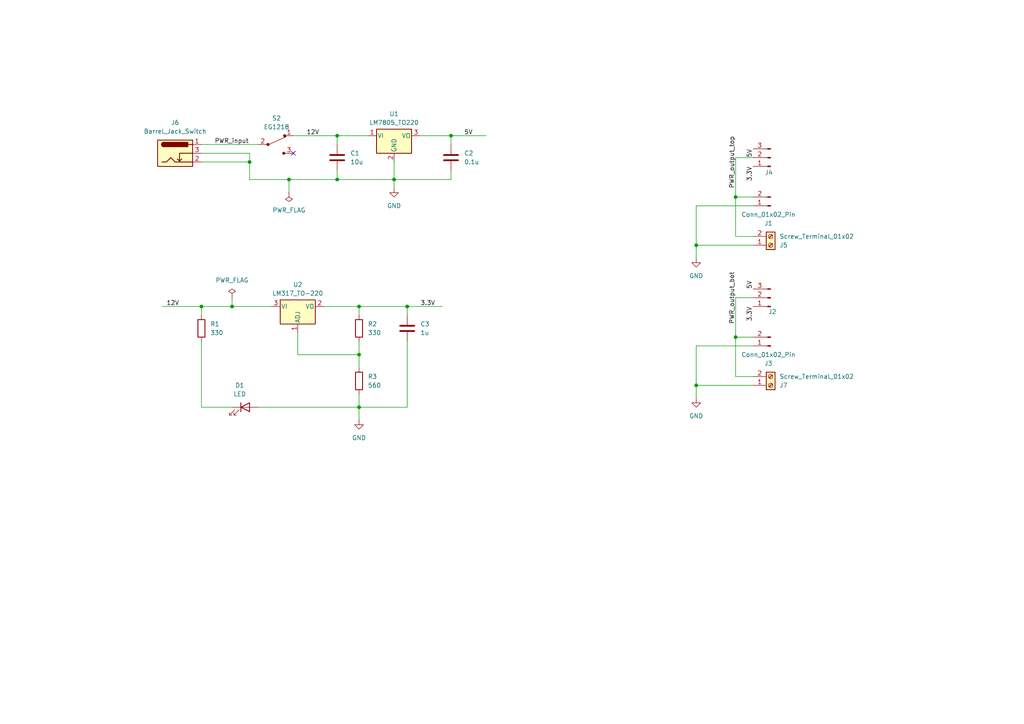
<source format=kicad_sch>
(kicad_sch (version 20231120) (generator "eeschema") (generator_version "8.0")
  (paper "A4")
  (title_block (title "Power Supply for Breadboard") (date "2024-10-14"))
  (lib_symbols
    (symbol "Connector:Barrel_Jack_Switch" (pin_names hide)
      (property "Reference" "J" (at 0 5.334 0))
      (property "Value" "Barrel_Jack_Switch" (at 0 -5.08 0))
      (symbol "Barrel_Jack_Switch_0_1"
        (rectangle (start -5.08 3.81) (end 5.08 -3.81) (stroke (width 0.254)) (fill (type background)))
        (arc (start -3.302 3.175) (mid -3.9343 2.54) (end -3.302 1.905) (stroke (width 0.254)))
        (arc (start -3.302 3.175) (mid -3.9343 2.54) (end -3.302 1.905) (stroke (width 0.254)) (fill (type outline)))
        (polyline (pts (xy 1.27 -2.286) (xy 1.905 -1.651)) (stroke (width 0.254)))
        (polyline (pts (xy 5.08 2.54) (xy 3.81 2.54)) (stroke (width 0.254)))
        (polyline (pts (xy 5.08 0) (xy 1.27 0) (xy 1.27 -2.286) (xy 0.635 -1.651)) (stroke (width 0.254)))
        (polyline (pts (xy -3.81 -2.54) (xy -2.54 -2.54) (xy -1.27 -1.27) (xy 0 -2.54) (xy 2.54 -2.54) (xy 5.08 -2.54)) (stroke (width 0.254)))
        (rectangle (start 3.683 3.175) (end -3.302 1.905) (stroke (width 0.254)) (fill (type outline)))
      )
      (symbol "Barrel_Jack_Switch_1_1"
        (pin passive line (at 7.62 2.54 180) (length 2.54) (name "~") (number "1"))
        (pin passive line (at 7.62 -2.54 180) (length 2.54) (name "~") (number "2"))
        (pin passive line (at 7.62 0 180) (length 2.54) (name "~") (number "3"))
      )
    )
    (symbol "Connector:Conn_01x02_Pin" (pin_names (offset 1.016) hide)
      (property "Reference" "J" (at 0 2.54 0))
      (property "Value" "Conn_01x02_Pin" (at 0 -5.08 0))
      (symbol "Conn_01x02_Pin_1_1"
        (polyline (pts (xy 1.27 -2.54) (xy 0.8636 -2.54)) (stroke (width 0.1524)))
        (polyline (pts (xy 1.27 0) (xy 0.8636 0)) (stroke (width 0.1524)))
        (rectangle (start 0.8636 -2.413) (end 0 -2.667) (stroke (width 0.1524)) (fill (type outline)))
        (rectangle (start 0.8636 0.127) (end 0 -0.127) (stroke (width 0.1524)) (fill (type outline)))
        (pin passive line (at 5.08 0 180) (length 3.81) (name "Pin_1") (number "1"))
        (pin passive line (at 5.08 -2.54 180) (length 3.81) (name "Pin_2") (number "2"))
      )
    )
    (symbol "Connector:Conn_01x03_Pin" (pin_names (offset 1.016) hide)
      (property "Reference" "J" (at 0 5.08 0))
      (property "Value" "Conn_01x03_Pin" (at 0 -5.08 0))
      (symbol "Conn_01x03_Pin_1_1"
        (polyline (pts (xy 1.27 -2.54) (xy 0.8636 -2.54)) (stroke (width 0.1524)))
        (polyline (pts (xy 1.27 0) (xy 0.8636 0)) (stroke (width 0.1524)))
        (polyline (pts (xy 1.27 2.54) (xy 0.8636 2.54)) (stroke (width 0.1524)))
        (rectangle (start 0.8636 -2.413) (end 0 -2.667) (stroke (width 0.1524)) (fill (type outline)))
        (rectangle (start 0.8636 0.127) (end 0 -0.127) (stroke (width 0.1524)) (fill (type outline)))
        (rectangle (start 0.8636 2.667) (end 0 2.413) (stroke (width 0.1524)) (fill (type outline)))
        (pin passive line (at 5.08 2.54 180) (length 3.81) (name "Pin_1") (number "1"))
        (pin passive line (at 5.08 0 180) (length 3.81) (name "Pin_2") (number "2"))
        (pin passive line (at 5.08 -2.54 180) (length 3.81) (name "Pin_3") (number "3"))
      )
    )
    (symbol "Connector:Screw_Terminal_01x02" (pin_names (offset 1.016) hide)
      (property "Reference" "J" (at 0 2.54 0))
      (property "Value" "Screw_Terminal_01x02" (at 0 -5.08 0))
      (symbol "Screw_Terminal_01x02_1_1"
        (rectangle (start -1.27 1.27) (end 1.27 -3.81) (stroke (width 0.254)) (fill (type background)))
        (circle (center 0 -2.54) (radius 0.635) (stroke (width 0.1524)))
        (polyline (pts (xy -0.5334 -2.2098) (xy 0.3302 -3.048)) (stroke (width 0.1524)))
        (polyline (pts (xy -0.5334 0.3302) (xy 0.3302 -0.508)) (stroke (width 0.1524)))
        (polyline (pts (xy -0.3556 -2.032) (xy 0.508 -2.8702)) (stroke (width 0.1524)))
        (polyline (pts (xy -0.3556 0.508) (xy 0.508 -0.3302)) (stroke (width 0.1524)))
        (circle (center 0 0) (radius 0.635) (stroke (width 0.1524)))
        (pin passive line (at -5.08 0 0) (length 3.81) (name "Pin_1") (number "1"))
        (pin passive line (at -5.08 -2.54 0) (length 3.81) (name "Pin_2") (number "2"))
      )
    )
    (symbol "Device:C" (pin_numbers hide) (pin_names (offset 0.254))
      (property "Reference" "C" (at 0.635 2.54 0))
      (property "Value" "C" (at 0.635 -2.54 0))
      (symbol "C_0_1"
        (polyline (pts (xy -2.032 -0.762) (xy 2.032 -0.762)) (stroke (width 0.508)))
        (polyline (pts (xy -2.032 0.762) (xy 2.032 0.762)) (stroke (width 0.508)))
      )
      (symbol "C_1_1"
        (pin passive line (at 0 3.81 270) (length 2.794) (name "~") (number "1"))
        (pin passive line (at 0 -3.81 90) (length 2.794) (name "~") (number "2"))
      )
    )
    (symbol "Device:LED" (pin_numbers hide) (pin_names (offset 1.016) hide)
      (property "Reference" "D" (at 0 2.54 0))
      (property "Value" "LED" (at 0 -2.54 0))
      (symbol "LED_0_1"
        (polyline (pts (xy -1.27 -1.27) (xy -1.27 1.27)) (stroke (width 0.254)))
        (polyline (pts (xy -1.27 0) (xy 1.27 0)))
        (polyline (pts (xy 1.27 -1.27) (xy 1.27 1.27) (xy -1.27 0) (xy 1.27 -1.27)) (stroke (width 0.254)))
        (polyline (pts (xy -3.048 -0.762) (xy -4.572 -2.286) (xy -3.81 -2.286) (xy -4.572 -2.286) (xy -4.572 -1.524)))
        (polyline (pts (xy -1.778 -0.762) (xy -3.302 -2.286) (xy -2.54 -2.286) (xy -3.302 -2.286) (xy -3.302 -1.524)))
      )
      (symbol "LED_1_1"
        (pin passive line (at -3.81 0 0) (length 2.54) (name "K") (number "1"))
        (pin passive line (at 3.81 0 180) (length 2.54) (name "A") (number "2"))
      )
    )
    (symbol "Device:R" (pin_numbers hide) (pin_names (offset 0))
      (property "Reference" "R" (at 2.032 0 90))
      (property "Value" "R" (at 0 0 90))
      (symbol "R_0_1"
        (rectangle (start -1.016 -2.54) (end 1.016 2.54) (stroke (width 0.254)))
      )
      (symbol "R_1_1"
        (pin passive line (at 0 3.81 270) (length 1.27) (name "~") (number "1"))
        (pin passive line (at 0 -3.81 90) (length 1.27) (name "~") (number "2"))
      )
    )
    (symbol "Regulator_Linear:LM317_TO-220" (pin_names (offset 0.254))
      (property "Reference" "U" (at -3.81 3.175 0))
      (property "Value" "LM317_TO-220" (at 0 3.175 0))
      (symbol "LM317_TO-220_0_1"
        (rectangle (start -5.08 1.905) (end 5.08 -5.08) (stroke (width 0.254)) (fill (type background)))
      )
      (symbol "LM317_TO-220_1_1"
        (pin input line (at 0 -7.62 90) (length 2.54) (name "ADJ") (number "1"))
        (pin power_out line (at 7.62 0 180) (length 2.54) (name "VO") (number "2"))
        (pin power_in line (at -7.62 0 0) (length 2.54) (name "VI") (number "3"))
      )
    )
    (symbol "Regulator_Linear:LM7805_TO220" (pin_names (offset 0.254))
      (property "Reference" "U" (at -3.81 3.175 0))
      (property "Value" "LM7805_TO220" (at 0 3.175 0))
      (symbol "LM7805_TO220_0_1"
        (rectangle (start -5.08 1.905) (end 5.08 -5.08) (stroke (width 0.254)) (fill (type background)))
      )
      (symbol "LM7805_TO220_1_1"
        (pin power_in line (at -7.62 0 0) (length 2.54) (name "VI") (number "1"))
        (pin power_in line (at 0 -7.62 90) (length 2.54) (name "GND") (number "2"))
        (pin power_out line (at 7.62 0 180) (length 2.54) (name "VO") (number "3"))
      )
    )
    (symbol "dk_Slide-Switches:EG1218" (pin_names (offset 0))
      (property "Reference" "S" (at -3.81 2.286 0))
      (property "Value" "EG1218" (at 0 -5.334 0))
      (symbol "EG1218_0_1"
        (circle (center -2.286 0) (radius 0.3556) (fill (type outline)))
        (polyline (pts (xy -2.032 0) (xy 3.048 2.286)))
        (circle (center 2.286 -2.54) (radius 0.3556) (fill (type outline)))
        (circle (center 2.54 2.54) (radius 0.3556) (fill (type outline)))
      )
      (symbol "EG1218_1_1"
        (pin passive line (at 5.08 2.54 180) (length 2.54) (name "~") (number "1"))
        (pin passive line (at -5.08 0 0) (length 2.54) (name "~") (number "2"))
        (pin passive line (at 5.08 -2.54 180) (length 2.54) (name "~") (number "3"))
      )
    )
    (symbol "power:GND" (power) (pin_numbers hide) (pin_names (offset 0) hide)
      (property "Value" "GND" (at 0 -3.81 0))
      (symbol "GND_0_1"
        (polyline (pts (xy 0 0) (xy 0 -1.27) (xy 1.27 -1.27) (xy 0 -2.54) (xy -1.27 -1.27) (xy 0 -1.27)))
      )
      (symbol "GND_1_1"
        (pin power_in line (at 0 0 270) (length 0) (name "~") (number "1"))
      )
    )
    (symbol "power:PWR_FLAG" (power) (pin_numbers hide) (pin_names (offset 0) hide)
      (property "Value" "PWR_FLAG" (at 0 3.81 0))
      (symbol "PWR_FLAG_0_0"
        (pin power_out line (at 0 0 90) (length 0) (name "~") (number "1"))
      )
      (symbol "PWR_FLAG_0_1"
        (polyline (pts (xy 0 0) (xy 0 1.27) (xy -1.016 1.905) (xy 0 2.54) (xy 1.016 1.905) (xy 0 1.27)))
      )
    )
  )
  (junction (at 114.3 52.07))
  (junction (at 201.93 71.12))
  (junction (at 213.36 57.15))
  (junction (at 58.42 88.9))
  (junction (at 104.14 102.87))
  (junction (at 104.14 118.11))
  (junction (at 130.81 39.37))
  (junction (at 72.39 46.99))
  (junction (at 118.11 88.9))
  (junction (at 97.79 39.37))
  (junction (at 83.82 52.07))
  (junction (at 213.36 97.79))
  (junction (at 97.79 52.07))
  (junction (at 201.93 111.76))
  (junction (at 67.31 88.9))
  (junction (at 104.14 88.9))
  (no_connect (at 85.09 44.45))
  (wire (pts (xy 201.93 100.33) (xy 201.93 111.76)))
  (wire (pts (xy 104.14 88.9) (xy 104.14 91.44)))
  (wire (pts (xy 213.36 109.22) (xy 213.36 97.79)))
  (wire (pts (xy 218.44 100.33) (xy 201.93 100.33)))
  (wire (pts (xy 58.42 88.9) (xy 67.31 88.9)))
  (wire (pts (xy 46.99 88.9) (xy 58.42 88.9)))
  (wire (pts (xy 86.36 102.87) (xy 104.14 102.87)))
  (wire (pts (xy 218.44 86.36) (xy 213.36 86.36)))
  (wire (pts (xy 58.42 41.91) (xy 74.93 41.91)))
  (wire (pts (xy 58.42 99.06) (xy 58.42 118.11)))
  (wire (pts (xy 104.14 88.9) (xy 118.11 88.9)))
  (wire (pts (xy 72.39 46.99) (xy 72.39 52.07)))
  (wire (pts (xy 97.79 39.37) (xy 97.79 41.91)))
  (wire (pts (xy 67.31 86.36) (xy 67.31 88.9)))
  (wire (pts (xy 218.44 109.22) (xy 213.36 109.22)))
  (wire (pts (xy 130.81 39.37) (xy 140.97 39.37)))
  (wire (pts (xy 104.14 118.11) (xy 118.11 118.11)))
  (wire (pts (xy 58.42 46.99) (xy 72.39 46.99)))
  (wire (pts (xy 118.11 88.9) (xy 128.27 88.9)))
  (wire (pts (xy 201.93 71.12) (xy 218.44 71.12)))
  (wire (pts (xy 104.14 99.06) (xy 104.14 102.87)))
  (wire (pts (xy 201.93 71.12) (xy 201.93 74.93)))
  (wire (pts (xy 85.09 39.37) (xy 97.79 39.37)))
  (wire (pts (xy 58.42 118.11) (xy 67.31 118.11)))
  (wire (pts (xy 130.81 39.37) (xy 130.81 41.91)))
  (wire (pts (xy 118.11 88.9) (xy 118.11 91.44)))
  (wire (pts (xy 58.42 88.9) (xy 58.42 91.44)))
  (wire (pts (xy 104.14 118.11) (xy 104.14 114.3)))
  (wire (pts (xy 213.36 86.36) (xy 213.36 97.79)))
  (wire (pts (xy 201.93 111.76) (xy 201.93 115.57)))
  (wire (pts (xy 97.79 52.07) (xy 114.3 52.07)))
  (wire (pts (xy 130.81 52.07) (xy 114.3 52.07)))
  (wire (pts (xy 114.3 52.07) (xy 114.3 54.61)))
  (wire (pts (xy 213.36 97.79) (xy 218.44 97.79)))
  (wire (pts (xy 201.93 59.69) (xy 201.93 71.12)))
  (wire (pts (xy 114.3 46.99) (xy 114.3 52.07)))
  (wire (pts (xy 218.44 111.76) (xy 201.93 111.76)))
  (wire (pts (xy 218.44 59.69) (xy 201.93 59.69)))
  (wire (pts (xy 83.82 52.07) (xy 83.82 55.88)))
  (wire (pts (xy 130.81 49.53) (xy 130.81 52.07)))
  (wire (pts (xy 218.44 45.72) (xy 213.36 45.72)))
  (wire (pts (xy 213.36 45.72) (xy 213.36 57.15)))
  (wire (pts (xy 121.92 39.37) (xy 130.81 39.37)))
  (wire (pts (xy 97.79 49.53) (xy 97.79 52.07)))
  (wire (pts (xy 104.14 102.87) (xy 104.14 106.68)))
  (wire (pts (xy 213.36 57.15) (xy 213.36 68.58)))
  (wire (pts (xy 72.39 52.07) (xy 83.82 52.07)))
  (wire (pts (xy 86.36 96.52) (xy 86.36 102.87)))
  (wire (pts (xy 118.11 118.11) (xy 118.11 99.06)))
  (wire (pts (xy 67.31 88.9) (xy 78.74 88.9)))
  (wire (pts (xy 83.82 52.07) (xy 97.79 52.07)))
  (wire (pts (xy 213.36 68.58) (xy 218.44 68.58)))
  (wire (pts (xy 104.14 118.11) (xy 104.14 121.92)))
  (wire (pts (xy 74.93 118.11) (xy 104.14 118.11)))
  (wire (pts (xy 72.39 44.45) (xy 72.39 46.99)))
  (wire (pts (xy 58.42 44.45) (xy 72.39 44.45)))
  (wire (pts (xy 97.79 39.37) (xy 106.68 39.37)))
  (wire (pts (xy 93.98 88.9) (xy 104.14 88.9)))
  (wire (pts (xy 213.36 57.15) (xy 218.44 57.15)))
  (label "5V" (at 218.44 43.18 270))
  (label "12V" (at 88.9 39.37 0))
  (label "12V" (at 48.26 88.9 0))
  (label "5V" (at 218.44 83.82 90))
  (label "PWR_input" (at 62.23 41.91 0))
  (label "3.3V" (at 218.44 48.26 270))
  (label "3.3V" (at 218.44 88.9 270))
  (label "5V" (at 134.62 39.37 0))
  (label "3.3V" (at 121.92 88.9 0))
  (label "PWR_output_bot" (at 213.36 93.98 90))
  (label "PWR_output_top" (at 213.36 54.61 90))
  (symbol (lib_id "Connector:Barrel_Jack_Switch") (at 50.8 44.45 0) (unit 1)
    (property "Reference" "J6" (at 50.8 35.56 0))
    (property "Value" "Barrel_Jack_Switch" (at 50.8 38.1 0))
    (property "Footprint" "Connector_BarrelJack:BarrelJack_Horizontal" (effects (hide yes)))
    (property "Description" "DC Barrel Jack with an internal switch" (effects (hide yes)))
  )
  (symbol (lib_id "Connector:Screw_Terminal_01x02") (at 223.52 71.12 0) (mirror x) (unit 1)
    (property "Reference" "J5" (at 226.06 71.1201 0) (effects (justify left)))
    (property "Value" "Screw_Terminal_01x02" (at 226.06 68.5801 0) (effects (justify left)))
    (property "Footprint" "TerminalBlock:TerminalBlock_bornier-2_P5.08mm" (effects (hide yes)))
    (property "Description" "Generic screw terminal, single row, 01x02, script generated (kicad-library-utils/schlib/autogen/connector/)" (effects (hide yes)))
  )
  (symbol (lib_id "power:GND") (at 201.93 115.57 0) (unit 1)
    (property "Reference" "#PWR03" (effects (hide yes)))
    (property "Value" "GND" (at 201.93 120.65 0))
    (property "Description" "Power symbol creates a global label with name \"GND\" , ground" (effects (hide yes)))
  )
  (symbol (lib_id "Device:LED") (at 71.12 118.11 0) (unit 1)
    (property "Reference" "D1" (at 69.5325 111.76 0))
    (property "Value" "LED" (at 69.5325 114.3 0))
    (property "Footprint" "LED_THT:LED_D5.0mm" (effects (hide yes)))
    (property "Description" "Light emitting diode" (effects (hide yes)))
  )
  (symbol (lib_id "Connector:Conn_01x02_Pin") (at 223.52 59.69 180) (unit 1)
    (property "Reference" "J1" (at 222.885 64.77 0))
    (property "Value" "Conn_01x02_Pin" (at 222.885 62.23 0))
    (property "Footprint" "Connector_PinHeader_2.54mm:PinHeader_2x01_P2.54mm_Vertical" (effects (hide yes)))
    (property "Description" "Generic connector, single row, 01x02, script generated" (effects (hide yes)))
  )
  (symbol (lib_id "power:GND") (at 114.3 54.61 0) (unit 1)
    (property "Reference" "#PWR01" (effects (hide yes)))
    (property "Value" "GND" (at 114.3 59.69 0))
    (property "Description" "Power symbol creates a global label with name \"GND\" , ground" (effects (hide yes)))
  )
  (symbol (lib_id "Device:R") (at 104.14 110.49 180) (unit 1)
    (property "Reference" "R3" (at 106.68 109.2199 0) (effects (justify right)))
    (property "Value" "560" (at 106.68 111.7599 0) (effects (justify right)))
    (property "Footprint" "Resistor_THT:R_Axial_DIN0204_L3.6mm_D1.6mm_P7.62mm_Horizontal" (effects (hide yes)))
    (property "Description" "Resistor" (effects (hide yes)))
  )
  (symbol (lib_id "Connector:Screw_Terminal_01x02") (at 223.52 111.76 0) (mirror x) (unit 1)
    (property "Reference" "J7" (at 226.06 111.7601 0) (effects (justify left)))
    (property "Value" "Screw_Terminal_01x02" (at 226.06 109.2201 0) (effects (justify left)))
    (property "Footprint" "TerminalBlock:TerminalBlock_bornier-2_P5.08mm" (effects (hide yes)))
    (property "Description" "Generic screw terminal, single row, 01x02, script generated (kicad-library-utils/schlib/autogen/connector/)" (effects (hide yes)))
  )
  (symbol (lib_id "Regulator_Linear:LM317_TO-220") (at 86.36 88.9 0) (unit 1)
    (property "Reference" "U2" (at 86.36 82.55 0))
    (property "Value" "LM317_TO-220" (at 86.36 85.09 0))
    (property "Footprint" "Package_TO_SOT_THT:TO-220-3_Vertical" (effects (hide yes)))
    (property "Datasheet" "http://www.ti.com/lit/ds/symlink/lm317.pdf" (effects (hide yes)))
    (property "Description" "1.5A 35V Adjustable Linear Regulator, TO-220" (effects (hide yes)))
  )
  (symbol (lib_id "Device:C") (at 118.11 95.25 0) (unit 1)
    (property "Reference" "C3" (at 121.92 93.9799 0) (effects (justify left)))
    (property "Value" "1u" (at 121.92 96.5199 0) (effects (justify left)))
    (property "Footprint" "Capacitor_THT:C_Disc_D3.0mm_W1.6mm_P2.50mm" (effects (hide yes)))
    (property "Description" "Unpolarized capacitor" (effects (hide yes)))
  )
  (symbol (lib_id "Device:R") (at 58.42 95.25 0) (unit 1)
    (property "Reference" "R1" (at 60.96 93.9799 0) (effects (justify left)))
    (property "Value" "330" (at 60.96 96.5199 0) (effects (justify left)))
    (property "Footprint" "Resistor_THT:R_Axial_DIN0204_L3.6mm_D1.6mm_P7.62mm_Horizontal" (effects (hide yes)))
    (property "Description" "Resistor" (effects (hide yes)))
  )
  (symbol (lib_id "Connector:Conn_01x03_Pin") (at 223.52 45.72 180) (unit 1)
    (property "Reference" "J4" (at 223.012 50.038 0))
    (property "Value" "Conn_01x03_Pin" (effects (hide yes)))
    (property "Footprint" "Connector_PinHeader_2.54mm:PinHeader_1x03_P2.54mm_Vertical" (effects (hide yes)))
    (property "Description" "Generic connector, single row, 01x03, script generated" (effects (hide yes)))
  )
  (symbol (lib_id "Connector:Conn_01x03_Pin") (at 223.52 86.36 180) (unit 1)
    (property "Reference" "J2" (at 224.028 90.424 0))
    (property "Value" "Conn_01x03_Pin" (effects (hide yes)))
    (property "Footprint" "Connector_PinHeader_2.54mm:PinHeader_1x03_P2.54mm_Vertical" (effects (hide yes)))
    (property "Description" "Generic connector, single row, 01x03, script generated" (effects (hide yes)))
  )
  (symbol (lib_id "Regulator_Linear:LM7805_TO220") (at 114.3 39.37 0) (unit 1)
    (property "Reference" "U1" (at 114.3 33.02 0))
    (property "Value" "LM7805_TO220" (at 114.3 35.56 0))
    (property "Footprint" "Package_TO_SOT_THT:TO-220-3_Vertical" (effects (hide yes)))
    (property "Datasheet" "https://www.onsemi.cn/PowerSolutions/document/MC7800-D.PDF" (effects (hide yes)))
    (property "Description" "Positive 1A 35V Linear Regulator, Fixed Output 5V, TO-220" (effects (hide yes)))
  )
  (symbol (lib_id "power:GND") (at 104.14 121.92 0) (unit 1)
    (property "Reference" "#PWR02" (effects (hide yes)))
    (property "Value" "GND" (at 104.14 127 0))
    (property "Description" "Power symbol creates a global label with name \"GND\" , ground" (effects (hide yes)))
  )
  (symbol (lib_id "Connector:Conn_01x02_Pin") (at 223.52 100.33 180) (unit 1)
    (property "Reference" "J3" (at 222.885 105.41 0))
    (property "Value" "Conn_01x02_Pin" (at 222.885 102.87 0))
    (property "Footprint" "Connector_PinHeader_2.54mm:PinHeader_2x01_P2.54mm_Vertical" (effects (hide yes)))
    (property "Description" "Generic connector, single row, 01x02, script generated" (effects (hide yes)))
  )
  (symbol (lib_id "Device:C") (at 130.81 45.72 0) (unit 1)
    (property "Reference" "C2" (at 134.62 44.4499 0) (effects (justify left)))
    (property "Value" "0.1u" (at 134.62 46.9899 0) (effects (justify left)))
    (property "Footprint" "Capacitor_THT:C_Disc_D3.0mm_W1.6mm_P2.50mm" (effects (hide yes)))
    (property "Description" "Unpolarized capacitor" (effects (hide yes)))
  )
  (symbol (lib_id "Device:R") (at 104.14 95.25 180) (unit 1)
    (property "Reference" "R2" (at 106.68 93.9799 0) (effects (justify right)))
    (property "Value" "330" (at 106.68 96.5199 0) (effects (justify right)))
    (property "Footprint" "Resistor_THT:R_Axial_DIN0204_L3.6mm_D1.6mm_P7.62mm_Horizontal" (effects (hide yes)))
    (property "Description" "Resistor" (effects (hide yes)))
  )
  (symbol (lib_id "dk_Slide-Switches:EG1218") (at 80.01 41.91 0) (unit 1)
    (property "Reference" "S2" (at 80.2132 34.29 0))
    (property "Value" "EG1218" (at 80.2132 36.83 0))
    (property "Footprint" "digikey-footprints:Switch_Slide_11.6x4mm_EG1218" (effects (hide yes)))
    (property "Datasheet" "http://spec_sheets.e-switch.com/specs/P040040.pdf" (effects (hide yes)))
    (property "Description" "SWITCH SLIDE SPDT 200MA 30V" (effects (hide yes)))
    (property "Digi-Key_PN" "EG1903-ND" (effects (hide yes)))
    (property "MPN" "EG1218" (effects (hide yes)))
    (property "Category" "Switches" (effects (hide yes)))
    (property "Family" "Slide Switches" (effects (hide yes)))
    (property "DK_Datasheet_Link" "http://spec_sheets.e-switch.com/specs/P040040.pdf" (effects (hide yes)))
    (property "DK_Detail_Page" "/product-detail/en/e-switch/EG1218/EG1903-ND/101726" (effects (hide yes)))
    (property "Description_1" "SWITCH SLIDE SPDT 200MA 30V" (effects (hide yes)))
    (property "Manufacturer" "E-Switch" (effects (hide yes)))
    (property "Status" "Active" (effects (hide yes)))
  )
  (symbol (lib_id "power:PWR_FLAG") (at 83.82 55.88 180) (unit 1)
    (property "Reference" "#FLG01" (effects (hide yes)))
    (property "Value" "PWR_FLAG" (at 83.82 60.96 0))
    (property "Description" "Special symbol for telling ERC where power comes from" (effects (hide yes)))
  )
  (symbol (lib_id "Device:C") (at 97.79 45.72 0) (unit 1)
    (property "Reference" "C1" (at 101.6 44.4499 0) (effects (justify left)))
    (property "Value" "10u" (at 101.6 46.9899 0) (effects (justify left)))
    (property "Footprint" "Capacitor_THT:C_Disc_D3.0mm_W1.6mm_P2.50mm" (effects (hide yes)))
    (property "Description" "Unpolarized capacitor" (effects (hide yes)))
  )
  (symbol (lib_id "power:PWR_FLAG") (at 67.31 86.36 0) (unit 1)
    (property "Reference" "#FLG02" (effects (hide yes)))
    (property "Value" "PWR_FLAG" (at 67.31 81.28 0))
    (property "Description" "Special symbol for telling ERC where power comes from" (effects (hide yes)))
  )
  (symbol (lib_id "power:GND") (at 201.93 74.93 0) (unit 1)
    (property "Reference" "#PWR04" (effects (hide yes)))
    (property "Value" "GND" (at 201.93 80.01 0))
    (property "Description" "Power symbol creates a global label with name \"GND\" , ground" (effects (hide yes)))
  )
)
</source>
